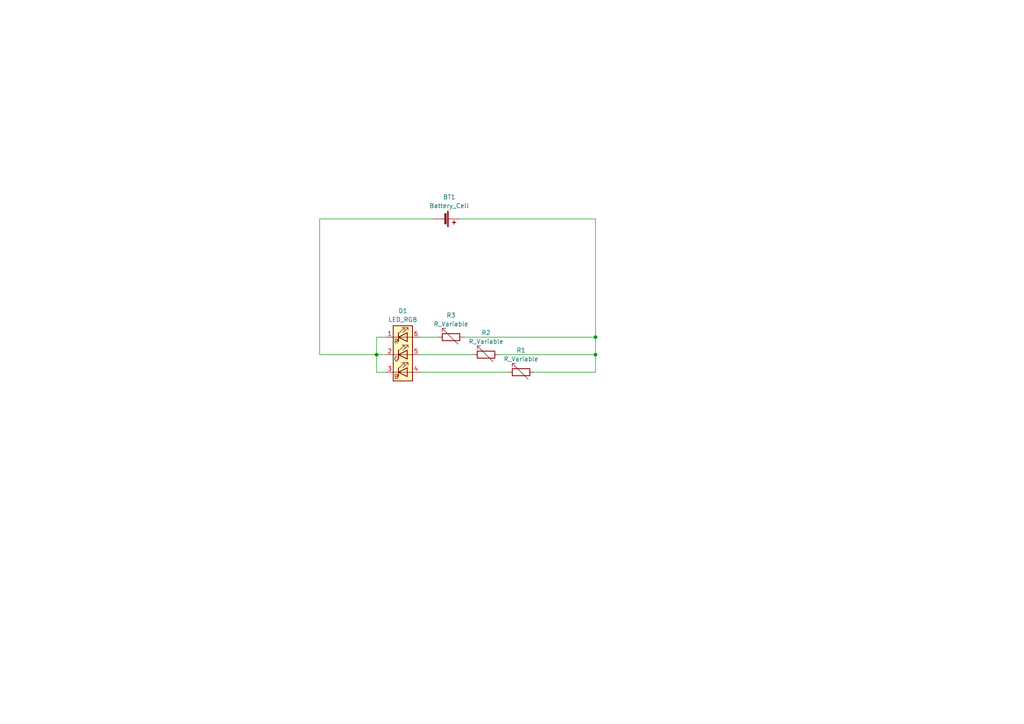
<source format=kicad_sch>
(kicad_sch (version 20230121) (generator eeschema)
  (paper "A4")
  (lib_symbols
    (symbol "Device:Battery_Cell" (pin_numbers hide) (pin_names (offset 0) hide)
      (property "Reference" "BT" (at 2.54 2.54 0))
      (property "Value" "Battery_Cell" (at 2.54 0 0))
      (symbol "Battery_Cell_0_1"
        (rectangle (start -2.286 1.778) (end 2.286 1.524) (fill (type outline)))
        (rectangle (start -1.5748 1.1938) (end 1.4732 0.6858) (fill (type outline)))
        (polyline (pts (xy 0 0.762) (xy 0 0)))
        (polyline (pts (xy 0 1.778) (xy 0 2.54)))
        (polyline (pts (xy 0.508 3.429) (xy 1.524 3.429)) (stroke (width 0.254)))
        (polyline (pts (xy 1.016 3.937) (xy 1.016 2.921)) (stroke (width 0.254)))
      )
      (symbol "Battery_Cell_1_1"
        (pin passive line (at 0 5.08 270) (length 2.54) (name "+") (number "1"))
        (pin passive line (at 0 -2.54 90) (length 2.54) (name "-") (number "2"))
      )
    )
    (symbol "Device:LED_RGB" (pin_names (offset 0) hide)
      (property "Reference" "D" (at 0 9.398 0))
      (property "Value" "LED_RGB" (at 0 -8.89 0))
      (symbol "LED_RGB_0_0"
        (text "B" (at -1.905 -6.35 0) (effects (font (size 1.27 1.27))))
        (text "G" (at -1.905 -1.27 0) (effects (font (size 1.27 1.27))))
        (text "R" (at -1.905 3.81 0) (effects (font (size 1.27 1.27))))
      )
      (symbol "LED_RGB_0_1"
        (polyline (pts (xy -1.27 -5.08) (xy -2.54 -5.08)))
        (polyline (pts (xy -1.27 -5.08) (xy 1.27 -5.08)))
        (polyline (pts (xy -1.27 -3.81) (xy -1.27 -6.35)) (stroke (width 0.254)))
        (polyline (pts (xy -1.27 0) (xy -2.54 0)))
        (polyline (pts (xy -1.27 1.27) (xy -1.27 -1.27)) (stroke (width 0.254)))
        (polyline (pts (xy -1.27 5.08) (xy -2.54 5.08)))
        (polyline (pts (xy -1.27 5.08) (xy 1.27 5.08)))
        (polyline (pts (xy -1.27 6.35) (xy -1.27 3.81)) (stroke (width 0.254)))
        (polyline (pts (xy 1.27 -5.08) (xy 2.54 -5.08)))
        (polyline (pts (xy 1.27 0) (xy -1.27 0)))
        (polyline (pts (xy 1.27 0) (xy 2.54 0)))
        (polyline (pts (xy 1.27 5.08) (xy 2.54 5.08)))
        (polyline (pts (xy -1.27 1.27) (xy -1.27 -1.27) (xy -1.27 -1.27)))
        (polyline (pts (xy -1.27 6.35) (xy -1.27 3.81) (xy -1.27 3.81)))
        (polyline (pts (xy 1.27 -3.81) (xy 1.27 -6.35) (xy -1.27 -5.08) (xy 1.27 -3.81)) (stroke (width 0.254)))
        (polyline (pts (xy 1.27 1.27) (xy 1.27 -1.27) (xy -1.27 0) (xy 1.27 1.27)) (stroke (width 0.254)))
        (polyline (pts (xy 1.27 6.35) (xy 1.27 3.81) (xy -1.27 5.08) (xy 1.27 6.35)) (stroke (width 0.254)))
        (polyline (pts (xy -1.016 -3.81) (xy 0.508 -2.286) (xy -0.254 -2.286) (xy 0.508 -2.286) (xy 0.508 -3.048)))
        (polyline (pts (xy -1.016 1.27) (xy 0.508 2.794) (xy -0.254 2.794) (xy 0.508 2.794) (xy 0.508 2.032)))
        (polyline (pts (xy -1.016 6.35) (xy 0.508 7.874) (xy -0.254 7.874) (xy 0.508 7.874) (xy 0.508 7.112)))
        (polyline (pts (xy 0 -3.81) (xy 1.524 -2.286) (xy 0.762 -2.286) (xy 1.524 -2.286) (xy 1.524 -3.048)))
        (polyline (pts (xy 0 1.27) (xy 1.524 2.794) (xy 0.762 2.794) (xy 1.524 2.794) (xy 1.524 2.032)))
        (polyline (pts (xy 0 6.35) (xy 1.524 7.874) (xy 0.762 7.874) (xy 1.524 7.874) (xy 1.524 7.112)))
        (rectangle (start 1.27 -1.27) (end 1.27 1.27))
        (rectangle (start 1.27 1.27) (end 1.27 1.27))
        (rectangle (start 1.27 3.81) (end 1.27 6.35))
        (rectangle (start 1.27 6.35) (end 1.27 6.35))
        (rectangle (start 2.794 8.382) (end -2.794 -7.62) (stroke (width 0.254)) (fill (type background)))
      )
      (symbol "LED_RGB_1_1"
        (pin passive line (at -5.08 5.08 0) (length 2.54) (name "RK") (number "1"))
        (pin passive line (at -5.08 0 0) (length 2.54) (name "GK") (number "2"))
        (pin passive line (at -5.08 -5.08 0) (length 2.54) (name "BK") (number "3"))
        (pin passive line (at 5.08 -5.08 180) (length 2.54) (name "BA") (number "4"))
        (pin passive line (at 5.08 0 180) (length 2.54) (name "GA") (number "5"))
        (pin passive line (at 5.08 5.08 180) (length 2.54) (name "RA") (number "6"))
      )
    )
    (symbol "Device:R_Variable" (pin_numbers hide) (pin_names (offset 0))
      (property "Reference" "R" (at 2.54 -2.54 90))
      (property "Value" "R_Variable" (at -2.54 -1.27 90))
      (symbol "R_Variable_0_1"
        (rectangle (start -1.016 -2.54) (end 1.016 2.54) (stroke (width 0.254)))
        (polyline (pts (xy 2.54 1.524) (xy 2.54 2.54) (xy 1.524 2.54) (xy 2.54 2.54) (xy -2.032 -2.032)))
      )
      (symbol "R_Variable_1_1"
        (pin passive line (at 0 3.81 270) (length 1.27) (name "~") (number "1"))
        (pin passive line (at 0 -3.81 90) (length 1.27) (name "~") (number "2"))
      )
    )
  )
  (junction (at 109.22 102.87))
  (junction (at 172.72 97.79))
  (junction (at 172.72 102.87))
  (wire (pts (xy 121.92 102.87) (xy 137.16 102.87)))
  (wire (pts (xy 172.72 97.79) (xy 172.72 102.87)))
  (wire (pts (xy 172.72 102.87) (xy 172.72 107.95)))
  (wire (pts (xy 92.71 63.5) (xy 125.73 63.5)))
  (wire (pts (xy 111.76 97.79) (xy 109.22 97.79)))
  (wire (pts (xy 109.22 97.79) (xy 109.22 102.87)))
  (wire (pts (xy 111.76 107.95) (xy 109.22 107.95)))
  (wire (pts (xy 121.92 97.79) (xy 127 97.79)))
  (wire (pts (xy 144.78 102.87) (xy 172.72 102.87)))
  (wire (pts (xy 134.62 97.79) (xy 172.72 97.79)))
  (wire (pts (xy 121.92 107.95) (xy 147.32 107.95)))
  (wire (pts (xy 133.35 63.5) (xy 172.72 63.5)))
  (wire (pts (xy 92.71 102.87) (xy 92.71 63.5)))
  (wire (pts (xy 109.22 107.95) (xy 109.22 102.87)))
  (wire (pts (xy 172.72 63.5) (xy 172.72 97.79)))
  (wire (pts (xy 109.22 102.87) (xy 92.71 102.87)))
  (wire (pts (xy 154.94 107.95) (xy 172.72 107.95)))
  (wire (pts (xy 111.76 102.87) (xy 109.22 102.87)))
  (symbol (lib_id "Device:R_Variable") (at 151.13 107.95 90) (unit 1)
    (property "Reference" "R1" (at 151.13 101.6 90))
    (property "Value" "R_Variable" (at 151.13 104.14 90))
    (property "Footprint" "CHAIR:Humidity_Sensor_Printed_Electronics_Stencil" (effects hide))
  )
  (symbol (lib_id "Device:R_Variable") (at 130.81 97.79 90) (unit 1)
    (property "Reference" "R3" (at 130.81 91.44 90))
    (property "Value" "R_Variable" (at 130.81 93.98 90))
    (property "Footprint" "CHAIR:Humidity_Sensor_Printed_Electronics_Stencil" (effects hide))
  )
  (symbol (lib_id "Device:Battery_Cell") (at 128.27 63.5 270) (unit 1)
    (property "Reference" "BT1" (at 130.302 57.15 90))
    (property "Value" "Battery_Cell" (at 130.302 59.69 90))
    (property "Footprint" "CHAIR:BatteryHolder_2032_Printed_Electronics" (effects hide))
  )
  (symbol (lib_id "Device:R_Variable") (at 140.97 102.87 90) (unit 1)
    (property "Reference" "R2" (at 140.97 96.52 90))
    (property "Value" "R_Variable" (at 140.97 99.06 90))
    (property "Footprint" "CHAIR:Humidity_Sensor_Printed_Electronics_Stencil" (effects hide))
  )
  (symbol (lib_id "Device:LED_RGB") (at 116.84 102.87 0) (unit 1)
    (property "Reference" "D1" (at 116.84 90.17 0))
    (property "Value" "LED_RGB" (at 116.84 92.71 0))
    (property "Footprint" "LED_SMD:LED_RGB_5050-6" (effects hide))
  )
)
</source>
